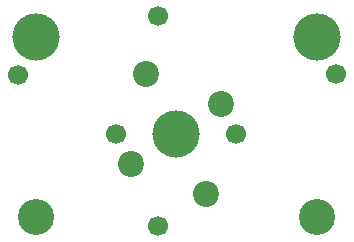
<source format=gbr>
G04 #@! TF.GenerationSoftware,KiCad,Pcbnew,(5.1.6)-1*
G04 #@! TF.CreationDate,2021-12-02T17:54:24-06:00*
G04 #@! TF.ProjectId,2u Hand Wire Helpers,32752048-616e-4642-9057-697265204865,rev?*
G04 #@! TF.SameCoordinates,Original*
G04 #@! TF.FileFunction,Soldermask,Bot*
G04 #@! TF.FilePolarity,Negative*
%FSLAX46Y46*%
G04 Gerber Fmt 4.6, Leading zero omitted, Abs format (unit mm)*
G04 Created by KiCad (PCBNEW (5.1.6)-1) date 2021-12-02 17:54:24*
%MOMM*%
%LPD*%
G01*
G04 APERTURE LIST*
%ADD10C,1.700000*%
%ADD11C,4.000000*%
%ADD12C,2.200000*%
%ADD13C,3.050000*%
G04 APERTURE END LIST*
D10*
X145398000Y-103934000D03*
X145398000Y-86134000D03*
X133598000Y-91134000D03*
X160498000Y-91034000D03*
X141859000Y-96139000D03*
X152019000Y-96139000D03*
D11*
X146939000Y-96139000D03*
D12*
X150749000Y-93599000D03*
X144399000Y-91059000D03*
D13*
X158839000Y-103139000D03*
X135039000Y-103139000D03*
D11*
X135039000Y-87899000D03*
X158839000Y-87899000D03*
D10*
X152019000Y-96139000D03*
X141859000Y-96139000D03*
D11*
X146939000Y-96139000D03*
D12*
X143129000Y-98679000D03*
X149479000Y-101219000D03*
M02*

</source>
